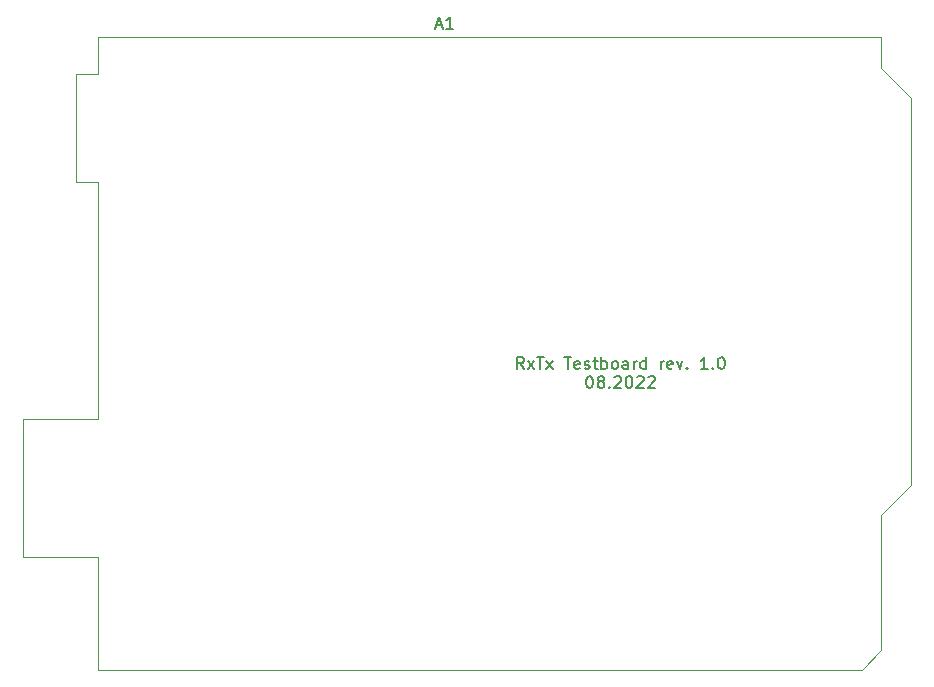
<source format=gbr>
%TF.GenerationSoftware,KiCad,Pcbnew,(6.0.7)*%
%TF.CreationDate,2022-08-21T17:21:21+03:00*%
%TF.ProjectId,ArduinoUnoHat,41726475-696e-46f5-956e-6f4861742e6b,rev?*%
%TF.SameCoordinates,Original*%
%TF.FileFunction,Legend,Top*%
%TF.FilePolarity,Positive*%
%FSLAX46Y46*%
G04 Gerber Fmt 4.6, Leading zero omitted, Abs format (unit mm)*
G04 Created by KiCad (PCBNEW (6.0.7)) date 2022-08-21 17:21:21*
%MOMM*%
%LPD*%
G01*
G04 APERTURE LIST*
%ADD10C,0.150000*%
%ADD11C,0.120000*%
G04 APERTURE END LIST*
D10*
X148984723Y-105666980D02*
X148651390Y-105190790D01*
X148413295Y-105666980D02*
X148413295Y-104666980D01*
X148794247Y-104666980D01*
X148889485Y-104714600D01*
X148937104Y-104762219D01*
X148984723Y-104857457D01*
X148984723Y-105000314D01*
X148937104Y-105095552D01*
X148889485Y-105143171D01*
X148794247Y-105190790D01*
X148413295Y-105190790D01*
X149318057Y-105666980D02*
X149841866Y-105000314D01*
X149318057Y-105000314D02*
X149841866Y-105666980D01*
X150079961Y-104666980D02*
X150651390Y-104666980D01*
X150365676Y-105666980D02*
X150365676Y-104666980D01*
X150889485Y-105666980D02*
X151413295Y-105000314D01*
X150889485Y-105000314D02*
X151413295Y-105666980D01*
X152413295Y-104666980D02*
X152984723Y-104666980D01*
X152699009Y-105666980D02*
X152699009Y-104666980D01*
X153699009Y-105619361D02*
X153603771Y-105666980D01*
X153413295Y-105666980D01*
X153318057Y-105619361D01*
X153270438Y-105524123D01*
X153270438Y-105143171D01*
X153318057Y-105047933D01*
X153413295Y-105000314D01*
X153603771Y-105000314D01*
X153699009Y-105047933D01*
X153746628Y-105143171D01*
X153746628Y-105238409D01*
X153270438Y-105333647D01*
X154127580Y-105619361D02*
X154222819Y-105666980D01*
X154413295Y-105666980D01*
X154508533Y-105619361D01*
X154556152Y-105524123D01*
X154556152Y-105476504D01*
X154508533Y-105381266D01*
X154413295Y-105333647D01*
X154270438Y-105333647D01*
X154175200Y-105286028D01*
X154127580Y-105190790D01*
X154127580Y-105143171D01*
X154175200Y-105047933D01*
X154270438Y-105000314D01*
X154413295Y-105000314D01*
X154508533Y-105047933D01*
X154841866Y-105000314D02*
X155222819Y-105000314D01*
X154984723Y-104666980D02*
X154984723Y-105524123D01*
X155032342Y-105619361D01*
X155127580Y-105666980D01*
X155222819Y-105666980D01*
X155556152Y-105666980D02*
X155556152Y-104666980D01*
X155556152Y-105047933D02*
X155651390Y-105000314D01*
X155841866Y-105000314D01*
X155937104Y-105047933D01*
X155984723Y-105095552D01*
X156032342Y-105190790D01*
X156032342Y-105476504D01*
X155984723Y-105571742D01*
X155937104Y-105619361D01*
X155841866Y-105666980D01*
X155651390Y-105666980D01*
X155556152Y-105619361D01*
X156603771Y-105666980D02*
X156508533Y-105619361D01*
X156460914Y-105571742D01*
X156413295Y-105476504D01*
X156413295Y-105190790D01*
X156460914Y-105095552D01*
X156508533Y-105047933D01*
X156603771Y-105000314D01*
X156746628Y-105000314D01*
X156841866Y-105047933D01*
X156889485Y-105095552D01*
X156937104Y-105190790D01*
X156937104Y-105476504D01*
X156889485Y-105571742D01*
X156841866Y-105619361D01*
X156746628Y-105666980D01*
X156603771Y-105666980D01*
X157794247Y-105666980D02*
X157794247Y-105143171D01*
X157746628Y-105047933D01*
X157651390Y-105000314D01*
X157460914Y-105000314D01*
X157365676Y-105047933D01*
X157794247Y-105619361D02*
X157699009Y-105666980D01*
X157460914Y-105666980D01*
X157365676Y-105619361D01*
X157318057Y-105524123D01*
X157318057Y-105428885D01*
X157365676Y-105333647D01*
X157460914Y-105286028D01*
X157699009Y-105286028D01*
X157794247Y-105238409D01*
X158270438Y-105666980D02*
X158270438Y-105000314D01*
X158270438Y-105190790D02*
X158318057Y-105095552D01*
X158365676Y-105047933D01*
X158460914Y-105000314D01*
X158556152Y-105000314D01*
X159318057Y-105666980D02*
X159318057Y-104666980D01*
X159318057Y-105619361D02*
X159222819Y-105666980D01*
X159032342Y-105666980D01*
X158937104Y-105619361D01*
X158889485Y-105571742D01*
X158841866Y-105476504D01*
X158841866Y-105190790D01*
X158889485Y-105095552D01*
X158937104Y-105047933D01*
X159032342Y-105000314D01*
X159222819Y-105000314D01*
X159318057Y-105047933D01*
X160556152Y-105666980D02*
X160556152Y-105000314D01*
X160556152Y-105190790D02*
X160603771Y-105095552D01*
X160651390Y-105047933D01*
X160746628Y-105000314D01*
X160841866Y-105000314D01*
X161556152Y-105619361D02*
X161460914Y-105666980D01*
X161270438Y-105666980D01*
X161175200Y-105619361D01*
X161127580Y-105524123D01*
X161127580Y-105143171D01*
X161175200Y-105047933D01*
X161270438Y-105000314D01*
X161460914Y-105000314D01*
X161556152Y-105047933D01*
X161603771Y-105143171D01*
X161603771Y-105238409D01*
X161127580Y-105333647D01*
X161937104Y-105000314D02*
X162175200Y-105666980D01*
X162413295Y-105000314D01*
X162794247Y-105571742D02*
X162841866Y-105619361D01*
X162794247Y-105666980D01*
X162746628Y-105619361D01*
X162794247Y-105571742D01*
X162794247Y-105666980D01*
X164556152Y-105666980D02*
X163984723Y-105666980D01*
X164270438Y-105666980D02*
X164270438Y-104666980D01*
X164175200Y-104809838D01*
X164079961Y-104905076D01*
X163984723Y-104952695D01*
X164984723Y-105571742D02*
X165032342Y-105619361D01*
X164984723Y-105666980D01*
X164937104Y-105619361D01*
X164984723Y-105571742D01*
X164984723Y-105666980D01*
X165651390Y-104666980D02*
X165746628Y-104666980D01*
X165841866Y-104714600D01*
X165889485Y-104762219D01*
X165937104Y-104857457D01*
X165984723Y-105047933D01*
X165984723Y-105286028D01*
X165937104Y-105476504D01*
X165889485Y-105571742D01*
X165841866Y-105619361D01*
X165746628Y-105666980D01*
X165651390Y-105666980D01*
X165556152Y-105619361D01*
X165508533Y-105571742D01*
X165460914Y-105476504D01*
X165413295Y-105286028D01*
X165413295Y-105047933D01*
X165460914Y-104857457D01*
X165508533Y-104762219D01*
X165556152Y-104714600D01*
X165651390Y-104666980D01*
X154508533Y-106276980D02*
X154603771Y-106276980D01*
X154699009Y-106324600D01*
X154746628Y-106372219D01*
X154794247Y-106467457D01*
X154841866Y-106657933D01*
X154841866Y-106896028D01*
X154794247Y-107086504D01*
X154746628Y-107181742D01*
X154699009Y-107229361D01*
X154603771Y-107276980D01*
X154508533Y-107276980D01*
X154413295Y-107229361D01*
X154365676Y-107181742D01*
X154318057Y-107086504D01*
X154270438Y-106896028D01*
X154270438Y-106657933D01*
X154318057Y-106467457D01*
X154365676Y-106372219D01*
X154413295Y-106324600D01*
X154508533Y-106276980D01*
X155413295Y-106705552D02*
X155318057Y-106657933D01*
X155270438Y-106610314D01*
X155222819Y-106515076D01*
X155222819Y-106467457D01*
X155270438Y-106372219D01*
X155318057Y-106324600D01*
X155413295Y-106276980D01*
X155603771Y-106276980D01*
X155699009Y-106324600D01*
X155746628Y-106372219D01*
X155794247Y-106467457D01*
X155794247Y-106515076D01*
X155746628Y-106610314D01*
X155699009Y-106657933D01*
X155603771Y-106705552D01*
X155413295Y-106705552D01*
X155318057Y-106753171D01*
X155270438Y-106800790D01*
X155222819Y-106896028D01*
X155222819Y-107086504D01*
X155270438Y-107181742D01*
X155318057Y-107229361D01*
X155413295Y-107276980D01*
X155603771Y-107276980D01*
X155699009Y-107229361D01*
X155746628Y-107181742D01*
X155794247Y-107086504D01*
X155794247Y-106896028D01*
X155746628Y-106800790D01*
X155699009Y-106753171D01*
X155603771Y-106705552D01*
X156222819Y-107181742D02*
X156270438Y-107229361D01*
X156222819Y-107276980D01*
X156175200Y-107229361D01*
X156222819Y-107181742D01*
X156222819Y-107276980D01*
X156651390Y-106372219D02*
X156699009Y-106324600D01*
X156794247Y-106276980D01*
X157032342Y-106276980D01*
X157127580Y-106324600D01*
X157175200Y-106372219D01*
X157222819Y-106467457D01*
X157222819Y-106562695D01*
X157175200Y-106705552D01*
X156603771Y-107276980D01*
X157222819Y-107276980D01*
X157841866Y-106276980D02*
X157937104Y-106276980D01*
X158032342Y-106324600D01*
X158079961Y-106372219D01*
X158127580Y-106467457D01*
X158175200Y-106657933D01*
X158175200Y-106896028D01*
X158127580Y-107086504D01*
X158079961Y-107181742D01*
X158032342Y-107229361D01*
X157937104Y-107276980D01*
X157841866Y-107276980D01*
X157746628Y-107229361D01*
X157699009Y-107181742D01*
X157651390Y-107086504D01*
X157603771Y-106896028D01*
X157603771Y-106657933D01*
X157651390Y-106467457D01*
X157699009Y-106372219D01*
X157746628Y-106324600D01*
X157841866Y-106276980D01*
X158556152Y-106372219D02*
X158603771Y-106324600D01*
X158699009Y-106276980D01*
X158937104Y-106276980D01*
X159032342Y-106324600D01*
X159079961Y-106372219D01*
X159127580Y-106467457D01*
X159127580Y-106562695D01*
X159079961Y-106705552D01*
X158508533Y-107276980D01*
X159127580Y-107276980D01*
X159508533Y-106372219D02*
X159556152Y-106324600D01*
X159651390Y-106276980D01*
X159889485Y-106276980D01*
X159984723Y-106324600D01*
X160032342Y-106372219D01*
X160079961Y-106467457D01*
X160079961Y-106562695D01*
X160032342Y-106705552D01*
X159460914Y-107276980D01*
X160079961Y-107276980D01*
%TO.C,A1*%
X141551114Y-76569866D02*
X142027304Y-76569866D01*
X141455876Y-76855580D02*
X141789209Y-75855580D01*
X142122542Y-76855580D01*
X142979685Y-76855580D02*
X142408257Y-76855580D01*
X142693971Y-76855580D02*
X142693971Y-75855580D01*
X142598733Y-75998438D01*
X142503495Y-76093676D01*
X142408257Y-76141295D01*
D11*
X179225400Y-118063200D02*
X181765400Y-115523200D01*
X112925400Y-89863200D02*
X112925400Y-109933200D01*
X179225400Y-80213200D02*
X179225400Y-77543200D01*
X106575400Y-121613200D02*
X112925400Y-121613200D01*
X112925400Y-77543200D02*
X112925400Y-80723200D01*
X112925400Y-121613200D02*
X112925400Y-131143200D01*
X112925400Y-109933200D02*
X106575400Y-109933200D01*
X106575400Y-109933200D02*
X106575400Y-121613200D01*
X177575400Y-131143200D02*
X179225400Y-129493200D01*
X181765400Y-82753200D02*
X179225400Y-80213200D01*
X112925400Y-131143200D02*
X177575400Y-131143200D01*
X179225400Y-129493200D02*
X179225400Y-118063200D01*
X112925400Y-80723200D02*
X111025400Y-80723200D01*
X111025400Y-89863200D02*
X112925400Y-89863200D01*
X111025400Y-80723200D02*
X111025400Y-89863200D01*
X179225400Y-77543200D02*
X112925400Y-77543200D01*
X181765400Y-115523200D02*
X181765400Y-82753200D01*
%TD*%
M02*

</source>
